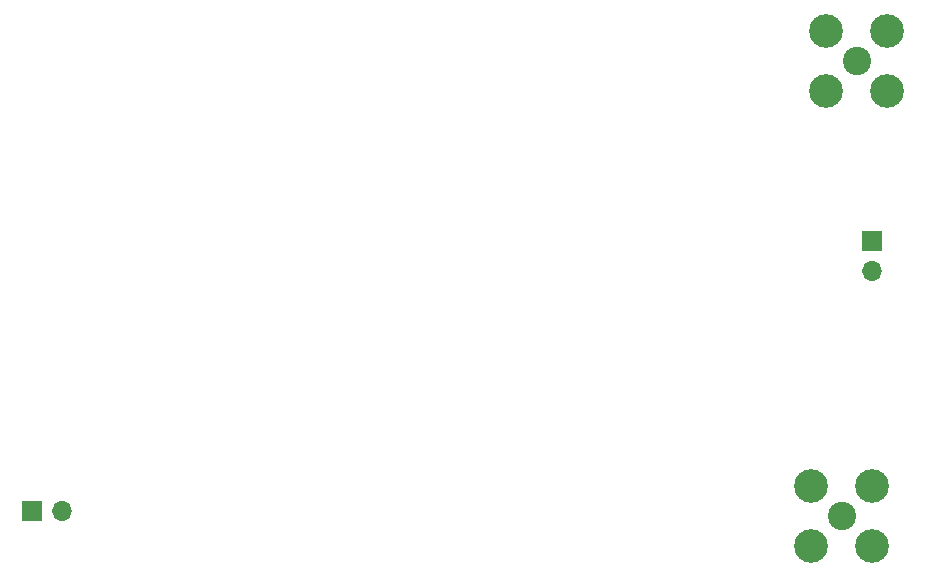
<source format=gbr>
%TF.GenerationSoftware,KiCad,Pcbnew,7.0.8-7.0.8~ubuntu22.04.1*%
%TF.CreationDate,2023-10-09T20:55:15-05:00*%
%TF.ProjectId,VCO_Test_Board,56434f5f-5465-4737-945f-426f6172642e,rev?*%
%TF.SameCoordinates,Original*%
%TF.FileFunction,Soldermask,Bot*%
%TF.FilePolarity,Negative*%
%FSLAX46Y46*%
G04 Gerber Fmt 4.6, Leading zero omitted, Abs format (unit mm)*
G04 Created by KiCad (PCBNEW 7.0.8-7.0.8~ubuntu22.04.1) date 2023-10-09 20:55:15*
%MOMM*%
%LPD*%
G01*
G04 APERTURE LIST*
%ADD10C,2.400000*%
%ADD11C,2.850000*%
%ADD12R,1.700000X1.700000*%
%ADD13O,1.700000X1.700000*%
G04 APERTURE END LIST*
D10*
%TO.C,J2*%
X109175699Y-79320150D03*
D11*
X106600699Y-76745150D03*
X106600699Y-81895150D03*
X111750699Y-81895150D03*
X111750699Y-76745150D03*
%TD*%
D10*
%TO.C,J1*%
X110455000Y-40794077D03*
D11*
X107880000Y-38219077D03*
X107880000Y-43369077D03*
X113030000Y-43369077D03*
X113030000Y-38219077D03*
%TD*%
D12*
%TO.C,J3*%
X40640000Y-78894077D03*
D13*
X43180000Y-78894077D03*
%TD*%
D12*
%TO.C,J4*%
X111760000Y-56034077D03*
D13*
X111760000Y-58574077D03*
%TD*%
M02*

</source>
